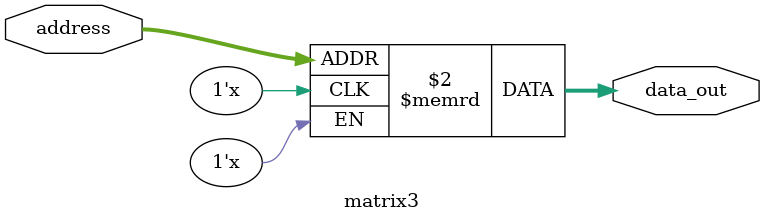
<source format=v>
module matrix3 (
    input wire [15:0] address,
    output reg signed [31:0] data_out
);
    (* ram_init_file = "weights3.mif" *) reg signed [31:0] memory [0:2047];  // 32-bit values

    always @(*) begin
        data_out = memory[address];
    end
endmodule
</source>
